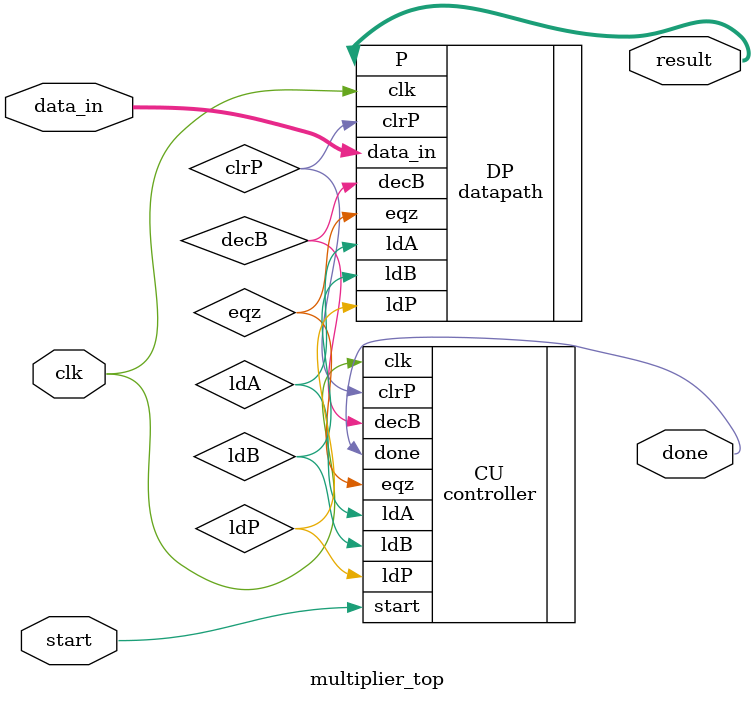
<source format=v>
`timescale 1ns / 1ps
module multiplier_top(
    input clk, start,
    input [7:0] data_in,
    output done,
    output [15:0] result
    );

    wire ldA, ldB, ldP, clrP, decB, eqz;
	 datapath DP(
        .clk(clk), .ldA(ldA), .ldB(ldB), .ldP(ldP), .clrP(clrP), .decB(decB),
        .data_in(data_in), .eqz(eqz), .P(result)
    );

    controller CU(
        .ldA(ldA), .ldB(ldB), .ldP(ldP), .clrP(clrP), .decB(decB), .done(done),
        .clk(clk), .eqz(eqz), .start(start)
    );

endmodule
</source>
